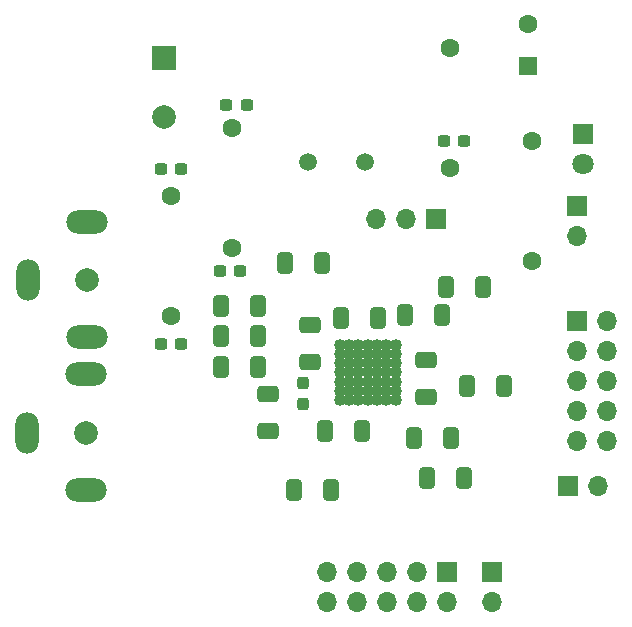
<source format=gbr>
%TF.GenerationSoftware,KiCad,Pcbnew,9.0.0*%
%TF.CreationDate,2025-03-16T19:50:11+02:00*%
%TF.ProjectId,TVP5147M1_decoder,54565035-3134-4374-9d31-5f6465636f64,rev?*%
%TF.SameCoordinates,Original*%
%TF.FileFunction,Soldermask,Bot*%
%TF.FilePolarity,Negative*%
%FSLAX46Y46*%
G04 Gerber Fmt 4.6, Leading zero omitted, Abs format (unit mm)*
G04 Created by KiCad (PCBNEW 9.0.0) date 2025-03-16 19:50:11*
%MOMM*%
%LPD*%
G01*
G04 APERTURE LIST*
G04 Aperture macros list*
%AMRoundRect*
0 Rectangle with rounded corners*
0 $1 Rounding radius*
0 $2 $3 $4 $5 $6 $7 $8 $9 X,Y pos of 4 corners*
0 Add a 4 corners polygon primitive as box body*
4,1,4,$2,$3,$4,$5,$6,$7,$8,$9,$2,$3,0*
0 Add four circle primitives for the rounded corners*
1,1,$1+$1,$2,$3*
1,1,$1+$1,$4,$5*
1,1,$1+$1,$6,$7*
1,1,$1+$1,$8,$9*
0 Add four rect primitives between the rounded corners*
20,1,$1+$1,$2,$3,$4,$5,0*
20,1,$1+$1,$4,$5,$6,$7,0*
20,1,$1+$1,$6,$7,$8,$9,0*
20,1,$1+$1,$8,$9,$2,$3,0*%
G04 Aperture macros list end*
%ADD10R,1.800000X1.800000*%
%ADD11C,1.800000*%
%ADD12RoundRect,0.250000X-0.412500X-0.650000X0.412500X-0.650000X0.412500X0.650000X-0.412500X0.650000X0*%
%ADD13RoundRect,0.237500X-0.300000X-0.237500X0.300000X-0.237500X0.300000X0.237500X-0.300000X0.237500X0*%
%ADD14RoundRect,0.250000X0.412500X0.650000X-0.412500X0.650000X-0.412500X-0.650000X0.412500X-0.650000X0*%
%ADD15RoundRect,0.237500X0.300000X0.237500X-0.300000X0.237500X-0.300000X-0.237500X0.300000X-0.237500X0*%
%ADD16C,1.600000*%
%ADD17RoundRect,0.250000X-0.650000X0.412500X-0.650000X-0.412500X0.650000X-0.412500X0.650000X0.412500X0*%
%ADD18RoundRect,0.237500X-0.237500X0.300000X-0.237500X-0.300000X0.237500X-0.300000X0.237500X0.300000X0*%
%ADD19RoundRect,0.250000X0.650000X-0.412500X0.650000X0.412500X-0.650000X0.412500X-0.650000X-0.412500X0*%
%ADD20C,1.016000*%
%ADD21C,2.000000*%
%ADD22R,2.000000X2.000000*%
%ADD23O,3.500000X2.000000*%
%ADD24O,2.000000X3.500000*%
%ADD25RoundRect,1.000000X0.000010X-0.000010X0.000010X0.000010X-0.000010X0.000010X-0.000010X-0.000010X0*%
%ADD26O,1.700000X1.700000*%
%ADD27R,1.700000X1.700000*%
%ADD28R,1.600000X1.600000*%
%ADD29C,1.500000*%
G04 APERTURE END LIST*
D10*
%TO.C,D1*%
X143500000Y-71400000D03*
D11*
X143500000Y-73940000D03*
%TD*%
D12*
%TO.C,C21*%
X131525000Y-86800000D03*
X128400000Y-86800000D03*
%TD*%
D13*
%TO.C,C1*%
X109462500Y-74400000D03*
X107737500Y-74400000D03*
%TD*%
D14*
%TO.C,C20*%
X121675000Y-96600000D03*
X124800000Y-96600000D03*
%TD*%
%TO.C,C13*%
X112875000Y-91200000D03*
X116000000Y-91200000D03*
%TD*%
D12*
%TO.C,C25*%
X135000000Y-84400000D03*
X131875000Y-84400000D03*
%TD*%
D15*
%TO.C,C3*%
X113275000Y-69000000D03*
X115000000Y-69000000D03*
%TD*%
D16*
%TO.C,FB3*%
X113800000Y-81080000D03*
X113800000Y-70920000D03*
%TD*%
D17*
%TO.C,C26*%
X116800000Y-96562500D03*
X116800000Y-93437500D03*
%TD*%
D14*
%TO.C,C11*%
X118275000Y-82400000D03*
X121400000Y-82400000D03*
%TD*%
D13*
%TO.C,C6*%
X109462500Y-89200000D03*
X107737500Y-89200000D03*
%TD*%
D15*
%TO.C,C8*%
X112737500Y-83000000D03*
X114462500Y-83000000D03*
%TD*%
D14*
%TO.C,C17*%
X112875000Y-88500000D03*
X116000000Y-88500000D03*
%TD*%
D17*
%TO.C,C18*%
X130200000Y-93725000D03*
X130200000Y-90600000D03*
%TD*%
D14*
%TO.C,C24*%
X129200000Y-97200000D03*
X132325000Y-97200000D03*
%TD*%
D12*
%TO.C,C19*%
X136762500Y-92800000D03*
X133637500Y-92800000D03*
%TD*%
D14*
%TO.C,C22*%
X119037500Y-101600000D03*
X122162500Y-101600000D03*
%TD*%
D18*
%TO.C,C15*%
X119800000Y-94262500D03*
X119800000Y-92537500D03*
%TD*%
D15*
%TO.C,C9*%
X131675000Y-72000000D03*
X133400000Y-72000000D03*
%TD*%
D14*
%TO.C,C14*%
X112875000Y-86000000D03*
X116000000Y-86000000D03*
%TD*%
D12*
%TO.C,C23*%
X133400000Y-100600000D03*
X130275000Y-100600000D03*
%TD*%
D16*
%TO.C,FB1*%
X108600000Y-86880000D03*
X108600000Y-76720000D03*
%TD*%
D12*
%TO.C,C12*%
X126125000Y-87000000D03*
X123000000Y-87000000D03*
%TD*%
D19*
%TO.C,C16*%
X120400000Y-87637500D03*
X120400000Y-90762500D03*
%TD*%
D20*
%TO.C,U2*%
X127612199Y-93989549D03*
X127612199Y-93202149D03*
X127612199Y-92414749D03*
X127612199Y-91627349D03*
X127612199Y-90839949D03*
X127612199Y-90052549D03*
X127612199Y-89265149D03*
X126824799Y-93989549D03*
X126824799Y-93202149D03*
X126824799Y-92414749D03*
X126824799Y-91627349D03*
X126824799Y-90839949D03*
X126824799Y-90052549D03*
X126824799Y-89265149D03*
X126037399Y-93989549D03*
X126037399Y-93202149D03*
X126037399Y-92414749D03*
X126037399Y-91627349D03*
X126037399Y-90839949D03*
X126037399Y-90052549D03*
X126037399Y-89265149D03*
X125249999Y-93989549D03*
X125249999Y-93202149D03*
X125249999Y-92414749D03*
X125249999Y-91627349D03*
X125249999Y-90839949D03*
X125249999Y-90052549D03*
X125249999Y-89265149D03*
X124462599Y-93989549D03*
X124462599Y-93202149D03*
X124462599Y-92414749D03*
X124462599Y-91627349D03*
X124462599Y-90839949D03*
X124462599Y-90052549D03*
X124462599Y-89265149D03*
X123675199Y-93989549D03*
X123675199Y-93202149D03*
X123675199Y-92414749D03*
X123675199Y-91627349D03*
X123675199Y-90839949D03*
X123675199Y-90052549D03*
X123675199Y-89265149D03*
X122887799Y-93989549D03*
X122887799Y-93202149D03*
X122887799Y-92414749D03*
X122887799Y-91627349D03*
X122887799Y-90839949D03*
X122887799Y-90052549D03*
X122887799Y-89265149D03*
%TD*%
D16*
%TO.C,FB2*%
X139200000Y-82160000D03*
X139200000Y-72000000D03*
%TD*%
D21*
%TO.C,C10*%
X108000000Y-70032323D03*
D22*
X108000000Y-65032323D03*
%TD*%
D23*
%TO.C,CVBS2*%
X101400000Y-91800000D03*
D24*
X96400000Y-96750000D03*
D23*
X101400000Y-101600000D03*
D25*
X101400000Y-96750000D03*
%TD*%
D26*
%TO.C,J6*%
X125920000Y-78600000D03*
X128460000Y-78600000D03*
D27*
X131000000Y-78600000D03*
%TD*%
D26*
%TO.C,J5*%
X143000000Y-80040000D03*
D27*
X143000000Y-77500000D03*
%TD*%
D16*
%TO.C,C5*%
X138800000Y-62152651D03*
D28*
X138800000Y-65652651D03*
%TD*%
D26*
%TO.C,J4*%
X145540000Y-97420000D03*
X143000000Y-97420000D03*
X145540000Y-94880000D03*
X143000000Y-94880000D03*
X145540000Y-92340000D03*
X143000000Y-92340000D03*
X145540000Y-89800000D03*
X143000000Y-89800000D03*
X145540000Y-87260000D03*
D27*
X143000000Y-87260000D03*
%TD*%
D26*
%TO.C,J3*%
X144765000Y-101200000D03*
D27*
X142225000Y-101200000D03*
%TD*%
D26*
%TO.C,J2*%
X135800000Y-111065000D03*
D27*
X135800000Y-108525000D03*
%TD*%
D29*
%TO.C,Y1*%
X120170000Y-73800000D03*
X125050000Y-73800000D03*
%TD*%
D23*
%TO.C,CVBS1*%
X101500000Y-78850000D03*
D24*
X96500000Y-83800000D03*
D23*
X101500000Y-88650000D03*
D25*
X101500000Y-83800000D03*
%TD*%
D26*
%TO.C,J1*%
X121842000Y-111062000D03*
X121842000Y-108522000D03*
X124382000Y-111062000D03*
X124382000Y-108522000D03*
X126922000Y-111062000D03*
X126922000Y-108522000D03*
X129462000Y-111062000D03*
X129462000Y-108522000D03*
X132002000Y-111062000D03*
D27*
X132002000Y-108522000D03*
%TD*%
D16*
%TO.C,FB4*%
X132200000Y-74360000D03*
X132200000Y-64200000D03*
%TD*%
M02*

</source>
